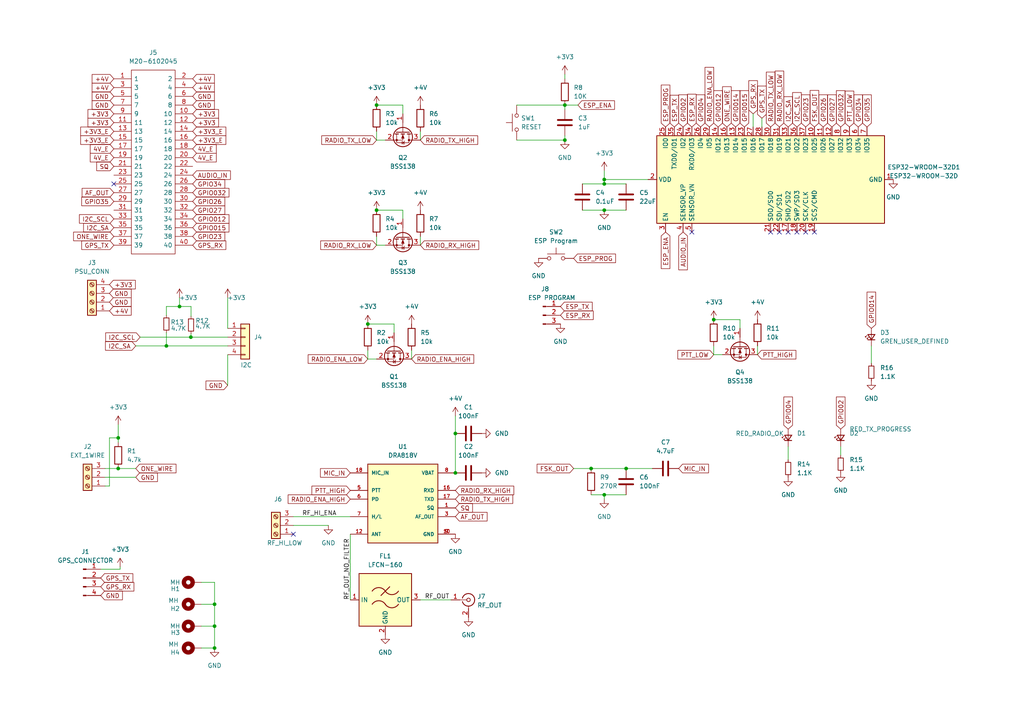
<source format=kicad_sch>
(kicad_sch (version 20211123) (generator eeschema)
  (paper "A4")
  (lib_symbols
    (symbol "Connector:Conn_01x03_Male" (pin_names (offset 1.016) hide)
      (property "Reference" "J" (at 0 5.08 0))
      (property "Value" "Conn_01x03_Male" (at 0 -5.08 0))
      (symbol "Conn_01x03_Male_1_1"
        (pin passive line (at 5.08 2.54 180) (length 3.81) (name "Pin_1") (number "1"))
        (pin passive line (at 5.08 0 180) (length 3.81) (name "Pin_2") (number "2"))
        (pin passive line (at 5.08 -2.54 180) (length 3.81) (name "Pin_3") (number "3"))
      )
    )
    (symbol "Connector:Conn_01x04_Male" (pin_names (offset 1.016) hide)
      (property "Reference" "J" (at 0 5.08 0))
      (property "Value" "Conn_01x04_Male" (at 0 -7.62 0))
      (symbol "Conn_01x04_Male_1_1"
        (pin passive line (at 5.08 2.54 180) (length 3.81) (name "Pin_1") (number "1"))
        (pin passive line (at 5.08 0 180) (length 3.81) (name "Pin_2") (number "2"))
        (pin passive line (at 5.08 -2.54 180) (length 3.81) (name "Pin_3") (number "3"))
        (pin passive line (at 5.08 -5.08 180) (length 3.81) (name "Pin_4") (number "4"))
      )
    )
    (symbol "Connector:Conn_Coaxial" (pin_names (offset 1.016) hide)
      (property "Reference" "J" (at 0.254 3.048 0))
      (property "Value" "Conn_Coaxial" (at 2.921 0 90))
      (symbol "Conn_Coaxial_1_1"
        (pin passive line (at -5.08 0 0) (length 2.54) (name "In") (number "1"))
        (pin passive line (at 0 -5.08 90) (length 2.54) (name "Ext") (number "2"))
      )
    )
    (symbol "Connector:Screw_Terminal_01x03" (pin_names (offset 1.016) hide)
      (property "Reference" "J" (at 0 5.08 0))
      (property "Value" "Screw_Terminal_01x03" (at 0 -5.08 0))
      (symbol "Screw_Terminal_01x03_1_1"
        (pin passive line (at -5.08 2.54 0) (length 3.81) (name "Pin_1") (number "1"))
        (pin passive line (at -5.08 0 0) (length 3.81) (name "Pin_2") (number "2"))
        (pin passive line (at -5.08 -2.54 0) (length 3.81) (name "Pin_3") (number "3"))
      )
    )
    (symbol "Connector:Screw_Terminal_01x04" (pin_names (offset 1.016) hide)
      (property "Reference" "J" (at 0 5.08 0))
      (property "Value" "Screw_Terminal_01x04" (at 0 -7.62 0))
      (symbol "Screw_Terminal_01x04_1_1"
        (pin passive line (at -5.08 2.54 0) (length 3.81) (name "Pin_1") (number "1"))
        (pin passive line (at -5.08 0 0) (length 3.81) (name "Pin_2") (number "2"))
        (pin passive line (at -5.08 -2.54 0) (length 3.81) (name "Pin_3") (number "3"))
        (pin passive line (at -5.08 -5.08 0) (length 3.81) (name "Pin_4") (number "4"))
      )
    )
    (symbol "Connector_Generic:Conn_01x04" (pin_names (offset 1.016) hide)
      (property "Reference" "J" (at 0 5.08 0))
      (property "Value" "Conn_01x04" (at 0 -7.62 0))
      (symbol "Conn_01x04_1_1"
        (pin passive line (at -5.08 2.54 0) (length 3.81) (name "Pin_1") (number "1"))
        (pin passive line (at -5.08 0 0) (length 3.81) (name "Pin_2") (number "2"))
        (pin passive line (at -5.08 -2.54 0) (length 3.81) (name "Pin_3") (number "3"))
        (pin passive line (at -5.08 -5.08 0) (length 3.81) (name "Pin_4") (number "4"))
      )
    )
    (symbol "DRA818V:DRA818V" (pin_names (offset 1.016))
      (property "Reference" "U" (at -10.16 13.208 0))
      (property "Value" "DRA818V" (at -10.16 -12.7 0))
      (symbol "DRA818V_0_0"
        (pin output line (at 15.24 0 180) (length 5.08) (name "SQ") (number "1"))
        (pin power_in line (at 15.24 -7.62 180) (length 5.08) (name "GND") (number "10"))
        (pin passive line (at -15.24 -7.62 0) (length 5.08) (name "ANT") (number "12"))
        (pin input line (at 15.24 5.08 180) (length 5.08) (name "RXD") (number "16"))
        (pin output line (at 15.24 2.54 180) (length 5.08) (name "TXD") (number "17"))
        (pin input line (at -15.24 10.16 0) (length 5.08) (name "MIC_IN") (number "18"))
        (pin output line (at 15.24 -2.54 180) (length 5.08) (name "AF_OUT") (number "3"))
        (pin input line (at -15.24 5.08 0) (length 5.08) (name "PTT") (number "5"))
        (pin input line (at -15.24 2.54 0) (length 5.08) (name "PD") (number "6"))
        (pin input line (at -15.24 -2.54 0) (length 5.08) (name "H/L") (number "7"))
        (pin power_in line (at 15.24 10.16 180) (length 5.08) (name "VBAT") (number "8"))
        (pin power_in line (at 15.24 -7.62 180) (length 5.08) (name "GND") (number "9"))
      )
    )
    (symbol "Device:C" (pin_numbers hide) (pin_names (offset 0.254))
      (property "Reference" "C" (at 0.635 2.54 0))
      (property "Value" "C" (at 0.635 -2.54 0))
      (symbol "C_1_1"
        (pin passive line (at 0 3.81 270) (length 2.794) (name "~") (number "1"))
        (pin passive line (at 0 -3.81 90) (length 2.794) (name "~") (number "2"))
      )
    )
    (symbol "Device:LED_Small" (pin_numbers hide) (pin_names (offset 0.254) hide)
      (property "Reference" "D" (at -1.27 3.175 0))
      (property "Value" "LED_Small" (at -4.445 -2.54 0))
      (symbol "LED_Small_1_1"
        (pin passive line (at -2.54 0 0) (length 1.778) (name "K") (number "1"))
        (pin passive line (at 2.54 0 180) (length 1.778) (name "A") (number "2"))
      )
    )
    (symbol "Device:R" (pin_numbers hide) (pin_names (offset 0))
      (property "Reference" "R" (at 2.032 0 90))
      (property "Value" "R" (at 0 0 90))
      (symbol "R_1_1"
        (pin passive line (at 0 3.81 270) (length 1.27) (name "~") (number "1"))
        (pin passive line (at 0 -3.81 90) (length 1.27) (name "~") (number "2"))
      )
    )
    (symbol "Device:R_Small" (pin_numbers hide) (pin_names (offset 0.254) hide)
      (property "Reference" "R" (at 0.762 0.508 0))
      (property "Value" "R_Small" (at 0.762 -1.016 0))
      (symbol "R_Small_1_1"
        (pin passive line (at 0 2.54 270) (length 0.762) (name "~") (number "1"))
        (pin passive line (at 0 -2.54 90) (length 0.762) (name "~") (number "2"))
      )
    )
    (symbol "M20-6102045:M20-6102045" (pin_names (offset 0.762))
      (property "Reference" "J" (at 19.05 7.62 0))
      (property "Value" "M20-6102045" (at 19.05 5.08 0))
      (symbol "M20-6102045_0_0"
        (pin passive line (at 0 0 0) (length 5.08) (name "1") (number "1"))
        (pin passive line (at 22.86 -10.16 180) (length 5.08) (name "10") (number "10"))
        (pin passive line (at 0 -12.7 0) (length 5.08) (name "11") (number "11"))
        (pin passive line (at 22.86 -12.7 180) (length 5.08) (name "12") (number "12"))
        (pin passive line (at 0 -15.24 0) (length 5.08) (name "13") (number "13"))
        (pin passive line (at 22.86 -15.24 180) (length 5.08) (name "14") (number "14"))
        (pin passive line (at 0 -17.78 0) (length 5.08) (name "15") (number "15"))
        (pin passive line (at 22.86 -17.78 180) (length 5.08) (name "16") (number "16"))
        (pin passive line (at 0 -20.32 0) (length 5.08) (name "17") (number "17"))
        (pin passive line (at 22.86 -20.32 180) (length 5.08) (name "18") (number "18"))
        (pin passive line (at 0 -22.86 0) (length 5.08) (name "19") (number "19"))
        (pin passive line (at 22.86 0 180) (length 5.08) (name "2") (number "2"))
        (pin passive line (at 22.86 -22.86 180) (length 5.08) (name "20") (number "20"))
        (pin passive line (at 0 -25.4 0) (length 5.08) (name "21") (number "21"))
        (pin passive line (at 22.86 -25.4 180) (length 5.08) (name "22") (number "22"))
        (pin passive line (at 0 -27.94 0) (length 5.08) (name "23") (number "23"))
        (pin passive line (at 22.86 -27.94 180) (length 5.08) (name "24") (number "24"))
        (pin passive line (at 0 -30.48 0) (length 5.08) (name "25") (number "25"))
        (pin passive line (at 22.86 -30.48 180) (length 5.08) (name "26") (number "26"))
        (pin passive line (at 0 -33.02 0) (length 5.08) (name "27") (number "27"))
        (pin passive line (at 22.86 -33.02 180) (length 5.08) (name "28") (number "28"))
        (pin passive line (at 0 -35.56 0) (length 5.08) (name "29") (number "29"))
        (pin passive line (at 0 -2.54 0) (length 5.08) (name "3") (number "3"))
        (pin passive line (at 22.86 -35.56 180) (length 5.08) (name "30") (number "30"))
        (pin passive line (at 0 -38.1 0) (length 5.08) (name "31") (number "31"))
        (pin passive line (at 22.86 -38.1 180) (length 5.08) (name "32") (number "32"))
        (pin passive line (at 0 -40.64 0) (length 5.08) (name "33") (number "33"))
        (pin passive line (at 22.86 -40.64 180) (length 5.08) (name "34") (number "34"))
        (pin passive line (at 0 -43.18 0) (length 5.08) (name "35") (number "35"))
        (pin passive line (at 22.86 -43.18 180) (length 5.08) (name "36") (number "36"))
        (pin passive line (at 0 -45.72 0) (length 5.08) (name "37") (number "37"))
        (pin passive line (at 22.86 -45.72 180) (length 5.08) (name "38") (number "38"))
        (pin passive line (at 0 -48.26 0) (length 5.08) (name "39") (number "39"))
        (pin passive line (at 22.86 -2.54 180) (length 5.08) (name "4") (number "4"))
        (pin passive line (at 22.86 -48.26 180) (length 5.08) (name "40") (number "40"))
        (pin passive line (at 0 -5.08 0) (length 5.08) (name "5") (number "5"))
        (pin passive line (at 22.86 -5.08 180) (length 5.08) (name "6") (number "6"))
        (pin passive line (at 0 -7.62 0) (length 5.08) (name "7") (number "7"))
        (pin passive line (at 22.86 -7.62 180) (length 5.08) (name "8") (number "8"))
        (pin passive line (at 0 -10.16 0) (length 5.08) (name "9") (number "9"))
      )
    )
    (symbol "Mechanical:MountingHole_Pad" (pin_numbers hide) (pin_names (offset 1.016) hide)
      (property "Reference" "H" (at 0 6.35 0))
      (property "Value" "MountingHole_Pad" (at 0 4.445 0))
      (symbol "MountingHole_Pad_1_1"
        (pin input line (at 0 -2.54 90) (length 2.54) (name "1") (number "1"))
      )
    )
    (symbol "RF_Filter:LFCN-160"
      (property "Reference" "FL" (at 0 10.795 0))
      (property "Value" "LFCN-160" (at 0 8.89 0))
      (symbol "LFCN-160_1_1"
        (pin passive line (at -10.16 0 0) (length 2.54) (name "IN") (number "1"))
        (pin passive line (at 0 -10.16 90) (length 2.54) (name "GND") (number "2"))
        (pin passive line (at 10.16 0 180) (length 2.54) (name "OUT") (number "3"))
        (pin passive line (at 0 -10.16 90) (length 2.54) hide (name "GND") (number "4"))
      )
    )
    (symbol "RF_Module:ESP32-WROOM-32D"
      (property "Reference" "U" (at -12.7 34.29 0))
      (property "Value" "ESP32-WROOM-32D" (at 1.27 34.29 0))
      (symbol "ESP32-WROOM-32D_1_1"
        (pin power_in line (at 0 -35.56 90) (length 2.54) (name "GND") (number "1"))
        (pin bidirectional line (at 15.24 -12.7 180) (length 2.54) (name "IO25") (number "10"))
        (pin bidirectional line (at 15.24 -15.24 180) (length 2.54) (name "IO26") (number "11"))
        (pin bidirectional line (at 15.24 -17.78 180) (length 2.54) (name "IO27") (number "12"))
        (pin bidirectional line (at 15.24 10.16 180) (length 2.54) (name "IO14") (number "13"))
        (pin bidirectional line (at 15.24 15.24 180) (length 2.54) (name "IO12") (number "14"))
        (pin passive line (at 0 -35.56 90) (length 2.54) hide (name "GND") (number "15"))
        (pin bidirectional line (at 15.24 12.7 180) (length 2.54) (name "IO13") (number "16"))
        (pin bidirectional line (at -15.24 -5.08 0) (length 2.54) (name "SHD/SD2") (number "17"))
        (pin bidirectional line (at -15.24 -7.62 0) (length 2.54) (name "SWP/SD3") (number "18"))
        (pin bidirectional line (at -15.24 -12.7 0) (length 2.54) (name "SCS/CMD") (number "19"))
        (pin power_in line (at 0 35.56 270) (length 2.54) (name "VDD") (number "2"))
        (pin bidirectional line (at -15.24 -10.16 0) (length 2.54) (name "SCK/CLK") (number "20"))
        (pin bidirectional line (at -15.24 0 0) (length 2.54) (name "SDO/SD0") (number "21"))
        (pin bidirectional line (at -15.24 -2.54 0) (length 2.54) (name "SDI/SD1") (number "22"))
        (pin bidirectional line (at 15.24 7.62 180) (length 2.54) (name "IO15") (number "23"))
        (pin bidirectional line (at 15.24 25.4 180) (length 2.54) (name "IO2") (number "24"))
        (pin bidirectional line (at 15.24 30.48 180) (length 2.54) (name "IO0") (number "25"))
        (pin bidirectional line (at 15.24 20.32 180) (length 2.54) (name "IO4") (number "26"))
        (pin bidirectional line (at 15.24 5.08 180) (length 2.54) (name "IO16") (number "27"))
        (pin bidirectional line (at 15.24 2.54 180) (length 2.54) (name "IO17") (number "28"))
        (pin bidirectional line (at 15.24 17.78 180) (length 2.54) (name "IO5") (number "29"))
        (pin input line (at -15.24 30.48 0) (length 2.54) (name "EN") (number "3"))
        (pin bidirectional line (at 15.24 0 180) (length 2.54) (name "IO18") (number "30"))
        (pin bidirectional line (at 15.24 -2.54 180) (length 2.54) (name "IO19") (number "31"))
        (pin no_connect line (at -12.7 -27.94 0) (length 2.54) hide (name "NC") (number "32"))
        (pin bidirectional line (at 15.24 -5.08 180) (length 2.54) (name "IO21") (number "33"))
        (pin bidirectional line (at 15.24 22.86 180) (length 2.54) (name "RXD0/IO3") (number "34"))
        (pin bidirectional line (at 15.24 27.94 180) (length 2.54) (name "TXD0/IO1") (number "35"))
        (pin bidirectional line (at 15.24 -7.62 180) (length 2.54) (name "IO22") (number "36"))
        (pin bidirectional line (at 15.24 -10.16 180) (length 2.54) (name "IO23") (number "37"))
        (pin passive line (at 0 -35.56 90) (length 2.54) hide (name "GND") (number "38"))
        (pin passive line (at 0 -35.56 90) (length 2.54) hide (name "GND") (number "39"))
        (pin input line (at -15.24 25.4 0) (length 2.54) (name "SENSOR_VP") (number "4"))
        (pin input line (at -15.24 22.86 0) (length 2.54) (name "SENSOR_VN") (number "5"))
        (pin input line (at 15.24 -25.4 180) (length 2.54) (name "IO34") (number "6"))
        (pin input line (at 15.24 -27.94 180) (length 2.54) (name "IO35") (number "7"))
        (pin bidirectional line (at 15.24 -20.32 180) (length 2.54) (name "IO32") (number "8"))
        (pin bidirectional line (at 15.24 -22.86 180) (length 2.54) (name "IO33") (number "9"))
      )
    )
    (symbol "Switch:SW_Push" (pin_numbers hide) (pin_names (offset 1.016) hide)
      (property "Reference" "SW" (at 1.27 2.54 0))
      (property "Value" "SW_Push" (at 0 -1.524 0))
      (symbol "SW_Push_0_1"
        (pin passive line (at -5.08 0 0) (length 2.54) (name "1") (number "1"))
        (pin passive line (at 5.08 0 180) (length 2.54) (name "2") (number "2"))
      )
    )
    (symbol "Transistor_FET:BSS138" (pin_names hide)
      (property "Reference" "Q" (at 5.08 1.905 0))
      (property "Value" "BSS138" (at 5.08 0 0))
      (symbol "BSS138_1_1"
        (pin input line (at -5.08 0 0) (length 2.54) (name "G") (number "1"))
        (pin passive line (at 2.54 -5.08 90) (length 2.54) (name "S") (number "2"))
        (pin passive line (at 2.54 5.08 270) (length 2.54) (name "D") (number "3"))
      )
    )
    (symbol "power:+3.3V" (power) (pin_names (offset 0))
      (property "Value" "+3.3V" (at 0 3.556 0))
      (symbol "+3.3V_1_1"
        (pin power_in line (at 0 0 90) (length 0) hide (name "+3V3") (number "1"))
      )
    )
    (symbol "power:+3V3" (power) (pin_names (offset 0))
      (property "Value" "+3V3" (at 0 3.556 0))
      (symbol "+3V3_1_1"
        (pin power_in line (at 0 0 90) (length 0) hide (name "+3V3") (number "1"))
      )
    )
    (symbol "power:+4V" (power) (pin_names (offset 0))
      (property "Value" "+4V" (at 0 3.556 0))
      (symbol "+4V_1_1"
        (pin power_in line (at 0 0 90) (length 0) hide (name "+4V") (number "1"))
      )
    )
    (symbol "power:GND" (power) (pin_names (offset 0))
      (property "Value" "GND" (at 0 -3.81 0))
      (symbol "GND_1_1"
        (pin power_in line (at 0 0 270) (length 0) hide (name "GND") (number "1"))
      )
    )
  )
  (junction (at 163.83 40.64))
  (junction (at 175.26 143.51))
  (junction (at 34.29 135.89))
  (junction (at 109.22 30.48))
  (junction (at 109.22 60.96))
  (junction (at 132.08 125.73))
  (junction (at 62.23 181.61))
  (junction (at 181.61 135.89))
  (junction (at 34.29 127))
  (junction (at 171.45 135.89))
  (junction (at 175.26 60.96))
  (junction (at 175.26 53.34))
  (junction (at 62.23 187.96))
  (junction (at 132.08 137.16))
  (junction (at 175.26 52.07))
  (junction (at 52.07 88.9))
  (junction (at 207.01 92.71))
  (junction (at 55.3551 97.79))
  (junction (at 163.83 30.48))
  (junction (at 62.23 175.26))
  (junction (at 48.26 100.33))
  (junction (at 106.68 93.98))
  (no_connect (at 223.52 67.31))
  (no_connect (at 85.09 154.94))
  (no_connect (at 200.66 67.31))
  (no_connect (at 236.22 67.31))
  (no_connect (at 226.06 67.31))
  (no_connect (at 228.6 67.31))
  (no_connect (at 231.14 67.31))
  (no_connect (at 233.68 67.31))
  (no_connect (at 33.02 53.34))
  (wire (pts (xy 30.48 138.43) (xy 39.37 138.43)))
  (wire (pts (xy 171.45 135.89) (xy 181.61 135.89)))
  (wire (pts (xy 48.26 96.52) (xy 48.26 100.33)))
  (wire (pts (xy 121.92 68.58) (xy 121.92 71.12)))
  (wire (pts (xy 207.01 102.87) (xy 209.55 102.87)))
  (wire (pts (xy 34.8377 165.1) (xy 34.8377 164.4359)))
  (wire (pts (xy 163.83 30.48) (xy 167.64 30.48)))
  (wire (pts (xy 55.3551 97.79) (xy 66.04 97.79)))
  (wire (pts (xy 62.23 187.96) (xy 58.42 187.96)))
  (wire (pts (xy 163.83 21.59) (xy 163.83 22.86)))
  (wire (pts (xy 175.26 143.51) (xy 181.61 143.51)))
  (wire (pts (xy 119.38 101.6) (xy 119.38 104.14)))
  (wire (pts (xy 121.92 38.1) (xy 121.92 40.64)))
  (wire (pts (xy 114.3 96.52) (xy 114.3 93.98)))
  (wire (pts (xy 175.26 143.51) (xy 175.26 144.78)))
  (wire (pts (xy 252.73 100.33) (xy 252.73 105.41)))
  (wire (pts (xy 114.3 93.98) (xy 106.68 93.98)))
  (wire (pts (xy 163.83 40.64) (xy 163.83 39.37)))
  (wire (pts (xy 218.44 33.02) (xy 218.44 36.83)))
  (wire (pts (xy 66.04 111.76) (xy 66.04 102.87)))
  (wire (pts (xy 189.23 135.89) (xy 181.61 135.89)))
  (wire (pts (xy 228.6 129.54) (xy 228.6 133.35)))
  (wire (pts (xy 175.26 53.34) (xy 181.61 53.34)))
  (wire (pts (xy 116.84 33.02) (xy 116.84 30.48)))
  (wire (pts (xy 149.86 40.64) (xy 163.83 40.64)))
  (wire (pts (xy 85.09 149.86) (xy 101.6 149.86)))
  (wire (pts (xy 109.22 68.58) (xy 109.22 71.12)))
  (wire (pts (xy 109.22 38.1) (xy 109.22 40.64)))
  (wire (pts (xy 116.84 30.48) (xy 109.22 30.48)))
  (wire (pts (xy 175.26 60.96) (xy 181.61 60.96)))
  (wire (pts (xy 101.6 154.94) (xy 101.6 173.99)))
  (wire (pts (xy 58.42 175.26) (xy 62.23 175.26)))
  (wire (pts (xy 207.01 100.33) (xy 207.01 102.87)))
  (wire (pts (xy 220.98 34.29) (xy 220.98 36.83)))
  (wire (pts (xy 29.21 165.1) (xy 34.8377 165.1)))
  (wire (pts (xy 48.26 88.9) (xy 52.07 88.9)))
  (wire (pts (xy 109.22 40.64) (xy 111.76 40.64)))
  (wire (pts (xy 58.42 181.61) (xy 62.23 181.61)))
  (wire (pts (xy 187.96 52.07) (xy 175.26 52.07)))
  (wire (pts (xy 106.68 101.6) (xy 106.68 104.14)))
  (wire (pts (xy 109.22 71.12) (xy 111.76 71.12)))
  (wire (pts (xy 85.09 152.4) (xy 95.25 152.4)))
  (wire (pts (xy 58.42 168.91) (xy 62.23 168.91)))
  (wire (pts (xy 55.4086 96.8079) (xy 55.3551 97.79)))
  (wire (pts (xy 149.86 30.48) (xy 163.83 30.48)))
  (wire (pts (xy 175.26 52.07) (xy 175.26 53.34)))
  (wire (pts (xy 121.92 173.99) (xy 130.81 173.99)))
  (wire (pts (xy 48.26 100.33) (xy 66.04 100.33)))
  (wire (pts (xy 48.26 88.9) (xy 48.26 91.44)))
  (wire (pts (xy 214.63 92.71) (xy 207.01 92.71)))
  (wire (pts (xy 175.26 49.53) (xy 175.26 52.07)))
  (wire (pts (xy 66.04 86.36) (xy 66.04 95.25)))
  (wire (pts (xy 62.23 168.91) (xy 62.23 175.26)))
  (wire (pts (xy 31.75 140.97) (xy 31.75 127)))
  (wire (pts (xy 34.29 135.89) (xy 39.37 135.89)))
  (wire (pts (xy 171.45 143.51) (xy 175.26 143.51)))
  (wire (pts (xy 132.08 120.65) (xy 132.08 125.73)))
  (wire (pts (xy 55.4086 88.9) (xy 55.4086 91.7279)))
  (wire (pts (xy 34.29 127) (xy 34.29 128.27)))
  (wire (pts (xy 40.64 97.79) (xy 55.3551 97.79)))
  (wire (pts (xy 30.48 140.97) (xy 31.75 140.97)))
  (wire (pts (xy 163.83 30.48) (xy 163.83 31.75)))
  (wire (pts (xy 132.08 125.73) (xy 132.08 137.16)))
  (wire (pts (xy 106.68 104.14) (xy 109.22 104.14)))
  (wire (pts (xy 168.91 60.96) (xy 175.26 60.96)))
  (wire (pts (xy 62.23 175.26) (xy 62.23 181.61)))
  (wire (pts (xy 214.63 95.25) (xy 214.63 92.71)))
  (wire (pts (xy 34.29 123.19) (xy 34.29 127)))
  (wire (pts (xy 52.07 86.36) (xy 52.07 88.9)))
  (wire (pts (xy 62.23 181.61) (xy 62.23 187.96)))
  (wire (pts (xy 31.75 127) (xy 34.29 127)))
  (wire (pts (xy 39.37 100.33) (xy 48.26 100.33)))
  (wire (pts (xy 52.07 88.9) (xy 55.4086 88.9)))
  (wire (pts (xy 168.91 53.34) (xy 175.26 53.34)))
  (wire (pts (xy 243.84 129.54) (xy 243.84 132.08)))
  (wire (pts (xy 219.71 100.33) (xy 219.71 102.87)))
  (wire (pts (xy 116.84 60.96) (xy 109.22 60.96)))
  (wire (pts (xy 166.37 135.89) (xy 171.45 135.89)))
  (wire (pts (xy 30.48 135.89) (xy 34.29 135.89)))
  (wire (pts (xy 116.84 63.5) (xy 116.84 60.96)))
  (label "RF_OUT" (at 123.19 173.99 0))
  (label "RF_OUT_NO_FILTER" (at 101.6 173.99 90))
  (label "RF_HI_ENA" (at 87.63 149.86 0))
  (global_label "GPIO015" (shape input) (at 215.9 36.83 90) (property "Intersheet References" "${INTERSHEET_REFS}" (effects hide)))
  (global_label "ESP_PROG" (shape input) (at 193.04 36.83 90) (property "Intersheet References" "${INTERSHEET_REFS}" (effects hide)))
  (global_label "GPIO04" (shape input) (at 228.6 124.46 90) (property "Intersheet References" "${INTERSHEET_REFS}" (effects hide)))
  (global_label "RADIO_TX_LOW" (shape input) (at 109.22 40.64 180) (property "Intersheet References" "${INTERSHEET_REFS}" (effects hide)))
  (global_label "RADIO_ENA_HIGH" (shape input) (at 119.38 104.14 0) (property "Intersheet References" "${INTERSHEET_REFS}" (effects hide)))
  (global_label "RADIO_RX_LOW" (shape input) (at 109.22 71.12 180) (property "Intersheet References" "${INTERSHEET_REFS}" (effects hide)))
  (global_label "+3V3" (shape input) (at 55.88 33.02 0) (property "Intersheet References" "${INTERSHEET_REFS}" (effects hide)))
  (global_label "I2C_SA" (shape input) (at 39.37 100.33 180) (property "Intersheet References" "${INTERSHEET_REFS}" (effects hide)))
  (global_label "+4V" (shape input) (at 33.02 22.86 180) (property "Intersheet References" "${INTERSHEET_REFS}" (effects hide)))
  (global_label "GPIO02" (shape input) (at 243.84 124.46 90) (property "Intersheet References" "${INTERSHEET_REFS}" (effects hide)))
  (global_label "GPS_TX" (shape input) (at 33.02 71.12 180) (property "Intersheet References" "${INTERSHEET_REFS}" (effects hide)))
  (global_label "RADIO_ENA_HIGH" (shape input) (at 101.6 144.78 180) (property "Intersheet References" "${INTERSHEET_REFS}" (effects hide)))
  (global_label "AUDIO_IN" (shape input) (at 198.12 67.31 270) (property "Intersheet References" "${INTERSHEET_REFS}" (effects hide)))
  (global_label "GPIO04" (shape input) (at 203.2 36.83 90) (property "Intersheet References" "${INTERSHEET_REFS}" (effects hide)))
  (global_label "ONE_WIRE" (shape input) (at 210.82 36.83 90) (property "Intersheet References" "${INTERSHEET_REFS}" (effects hide)))
  (global_label "AUDIO_IN" (shape input) (at 55.88 50.8 0) (property "Intersheet References" "${INTERSHEET_REFS}" (effects hide)))
  (global_label "GND" (shape input) (at 33.02 30.48 180) (property "Intersheet References" "${INTERSHEET_REFS}" (effects hide)))
  (global_label "RADIO_ENA_LOW" (shape input) (at 106.68 104.14 180) (property "Intersheet References" "${INTERSHEET_REFS}" (effects hide)))
  (global_label "GPIO34" (shape input) (at 55.88 53.34 0) (property "Intersheet References" "${INTERSHEET_REFS}" (effects hide)))
  (global_label "ESP_TX" (shape input) (at 162.56 88.9 0) (property "Intersheet References" "${INTERSHEET_REFS}" (effects hide)))
  (global_label "AF_OUT" (shape input) (at 33.02 55.88 180) (property "Intersheet References" "${INTERSHEET_REFS}" (effects hide)))
  (global_label "PTT_HIGH" (shape input) (at 101.6 142.24 180) (property "Intersheet References" "${INTERSHEET_REFS}" (effects hide)))
  (global_label "GND" (shape input) (at 55.88 27.94 0) (property "Intersheet References" "${INTERSHEET_REFS}" (effects hide)))
  (global_label "+3V3" (shape input) (at 55.88 35.56 0) (property "Intersheet References" "${INTERSHEET_REFS}" (effects hide)))
  (global_label "+3V3_E" (shape input) (at 55.88 38.1 0) (property "Intersheet References" "${INTERSHEET_REFS}" (effects hide)))
  (global_label "4V_E" (shape input) (at 55.88 45.72 0) (property "Intersheet References" "${INTERSHEET_REFS}" (effects hide)))
  (global_label "GPS_RX" (shape input) (at 55.88 71.12 0) (property "Intersheet References" "${INTERSHEET_REFS}" (effects hide)))
  (global_label "ESP_ENA" (shape input) (at 167.64 30.48 0) (property "Intersheet References" "${INTERSHEET_REFS}" (effects hide)))
  (global_label "GPIO032" (shape input) (at 243.84 36.83 90) (property "Intersheet References" "${INTERSHEET_REFS}" (effects hide)))
  (global_label "GPIO35" (shape input) (at 251.46 36.83 90) (property "Intersheet References" "${INTERSHEET_REFS}" (effects hide)))
  (global_label "MIC_IN" (shape input) (at 101.6 137.16 180) (property "Intersheet References" "${INTERSHEET_REFS}" (effects hide)))
  (global_label "I2C_SCL" (shape input) (at 33.02 63.5 180) (property "Intersheet References" "${INTERSHEET_REFS}" (effects hide)))
  (global_label "GND" (shape input) (at 31.75 85.09 0) (property "Intersheet References" "${INTERSHEET_REFS}" (effects hide)))
  (global_label "ESP_PROG" (shape input) (at 166.37 74.93 0) (property "Intersheet References" "${INTERSHEET_REFS}" (effects hide)))
  (global_label "I2C_SA" (shape input) (at 33.02 66.04 180) (property "Intersheet References" "${INTERSHEET_REFS}" (effects hide)))
  (global_label "GPIO27" (shape input) (at 55.88 60.96 0) (property "Intersheet References" "${INTERSHEET_REFS}" (effects hide)))
  (global_label "+4V" (shape input) (at 55.88 22.86 0) (property "Intersheet References" "${INTERSHEET_REFS}" (effects hide)))
  (global_label "4V_E" (shape input) (at 33.02 45.72 180) (property "Intersheet References" "${INTERSHEET_REFS}" (effects hide)))
  (global_label "ESP_RX" (shape input) (at 162.56 91.44 0) (property "Intersheet References" "${INTERSHEET_REFS}" (effects hide)))
  (global_label "GPIO015" (shape input) (at 55.88 66.04 0) (property "Intersheet References" "${INTERSHEET_REFS}" (effects hide)))
  (global_label "PTT_LOW" (shape input) (at 246.38 36.83 90) (property "Intersheet References" "${INTERSHEET_REFS}" (effects hide)))
  (global_label "FSK_OUT" (shape input) (at 166.37 135.89 180) (property "Intersheet References" "${INTERSHEET_REFS}" (effects hide)))
  (global_label "GPS_RX" (shape input) (at 218.44 33.02 90) (property "Intersheet References" "${INTERSHEET_REFS}" (effects hide)))
  (global_label "GPIO032" (shape input) (at 55.88 55.88 0) (property "Intersheet References" "${INTERSHEET_REFS}" (effects hide)))
  (global_label "GPIO26" (shape input) (at 238.76 36.83 90) (property "Intersheet References" "${INTERSHEET_REFS}" (effects hide)))
  (global_label "ONE_WIRE" (shape input) (at 33.02 68.58 180) (property "Intersheet References" "${INTERSHEET_REFS}" (effects hide)))
  (global_label "4V_E" (shape input) (at 55.88 43.18 0) (property "Intersheet References" "${INTERSHEET_REFS}" (effects hide)))
  (global_label "+3V3" (shape input) (at 33.02 33.02 180) (property "Intersheet References" "${INTERSHEET_REFS}" (effects hide)))
  (global_label "PTT_HIGH" (shape input) (at 219.71 102.87 0) (property "Intersheet References" "${INTERSHEET_REFS}" (effects hide)))
  (global_label "SQ" (shape input) (at 132.08 147.32 0) (property "Intersheet References" "${INTERSHEET_REFS}" (effects hide)))
  (global_label "FSK_OUT" (shape input) (at 236.22 36.83 90) (property "Intersheet References" "${INTERSHEET_REFS}" (effects hide)))
  (global_label "ESP_RX" (shape input) (at 200.66 36.83 90) (property "Intersheet References" "${INTERSHEET_REFS}" (effects hide)))
  (global_label "GND" (shape input) (at 31.75 87.63 0) (property "Intersheet References" "${INTERSHEET_REFS}" (effects hide)))
  (global_label "ESP_ENA" (shape input) (at 193.04 67.31 270) (property "Intersheet References" "${INTERSHEET_REFS}" (effects hide)))
  (global_label "ONE_WIRE" (shape input) (at 39.37 135.89 0) (property "Intersheet References" "${INTERSHEET_REFS}" (effects hide)))
  (global_label "+4V" (shape input) (at 31.75 90.17 0) (property "Intersheet References" "${INTERSHEET_REFS}" (effects hide)))
  (global_label "AF_OUT" (shape input) (at 132.08 149.86 0) (property "Intersheet References" "${INTERSHEET_REFS}" (effects hide)))
  (global_label "I2C_SCL" (shape input) (at 231.14 36.83 90) (property "Intersheet References" "${INTERSHEET_REFS}" (effects hide)))
  (global_label "+3V3_E" (shape input) (at 33.02 40.64 180) (property "Intersheet References" "${INTERSHEET_REFS}" (effects hide)))
  (global_label "GPIO23" (shape input) (at 233.68 36.83 90) (property "Intersheet References" "${INTERSHEET_REFS}" (effects hide)))
  (global_label "GND" (shape input) (at 66.04 111.76 180) (property "Intersheet References" "${INTERSHEET_REFS}" (effects hide)))
  (global_label "I2C_SA" (shape input) (at 228.6 36.83 90) (property "Intersheet References" "${INTERSHEET_REFS}" (effects hide)))
  (global_label "+4V" (shape input) (at 33.02 25.4 180) (property "Intersheet References" "${INTERSHEET_REFS}" (effects hide)))
  (global_label "RADIO_TX_LOW" (shape input) (at 223.52 36.83 90) (property "Intersheet References" "${INTERSHEET_REFS}" (effects hide)))
  (global_label "RADIO_RX_HIGH" (shape input) (at 132.08 142.24 0) (property "Intersheet References" "${INTERSHEET_REFS}" (effects hide)))
  (global_label "4V_E" (shape input) (at 33.02 43.18 180) (property "Intersheet References" "${INTERSHEET_REFS}" (effects hide)))
  (global_label "+4V" (shape input) (at 55.88 25.4 0) (property "Intersheet References" "${INTERSHEET_REFS}" (effects hide)))
  (global_label "RADIO_RX_HIGH" (shape input) (at 121.92 71.12 0) (property "Intersheet References" "${INTERSHEET_REFS}" (effects hide)))
  (global_label "+3V3_E" (shape input) (at 55.88 40.64 0) (property "Intersheet References" "${INTERSHEET_REFS}" (effects hide)))
  (global_label "RADIO_RX_LOW" (shape input) (at 226.06 36.83 90) (property "Intersheet References" "${INTERSHEET_REFS}" (effects hide)))
  (global_label "GND" (shape input) (at 55.88 30.48 0) (property "Intersheet References" "${INTERSHEET_REFS}" (effects hide)))
  (global_label "GPIO012" (shape input) (at 55.88 63.5 0) (property "Intersheet References" "${INTERSHEET_REFS}" (effects hide)))
  (global_label "GPIO26" (shape input) (at 55.88 58.42 0) (property "Intersheet References" "${INTERSHEET_REFS}" (effects hide)))
  (global_label "GPIO23" (shape input) (at 55.88 68.58 0) (property "Intersheet References" "${INTERSHEET_REFS}" (effects hide)))
  (global_label "RADIO_TX_HIGH" (shape input) (at 121.92 40.64 0) (property "Intersheet References" "${INTERSHEET_REFS}" (effects hide)))
  (global_label "+3V3" (shape input) (at 31.75 82.55 0) (property "Intersheet References" "${INTERSHEET_REFS}" (effects hide)))
  (global_label "+3V3_E" (shape input) (at 33.02 38.1 180) (property "Intersheet References" "${INTERSHEET_REFS}" (effects hide)))
  (global_label "GND" (shape input) (at 39.37 138.43 0) (property "Intersheet References" "${INTERSHEET_REFS}" (effects hide)))
  (global_label "RADIO_TX_HIGH" (shape input) (at 132.08 144.78 0) (property "Intersheet References" "${INTERSHEET_REFS}" (effects hide)))
  (global_label "PTT_LOW" (shape input) (at 207.01 102.87 180) (property "Intersheet References" "${INTERSHEET_REFS}" (effects hide)))
  (global_label "GPIO35" (shape input) (at 33.02 58.42 180) (property "Intersheet References" "${INTERSHEET_REFS}" (effects hide)))
  (global_label "GPS_TX" (shape input) (at 220.98 34.29 90) (property "Intersheet References" "${INTERSHEET_REFS}" (effects hide)))
  (global_label "GPIO014" (shape input) (at 252.73 95.25 90) (property "Intersheet References" "${INTERSHEET_REFS}" (effects hide)))
  (global_label "ESP_TX" (shape input) (at 195.58 36.83 90) (property "Intersheet References" "${INTERSHEET_REFS}" (effects hide)))
  (global_label "GPIO014" (shape input) (at 213.36 36.83 90) (property "Intersheet References" "${INTERSHEET_REFS}" (effects hide)))
  (global_label "GND" (shape input) (at 33.02 27.94 180) (property "Intersheet References" "${INTERSHEET_REFS}" (effects hide)))
  (global_label "+3V3" (shape input) (at 33.02 35.56 180) (property "Intersheet References" "${INTERSHEET_REFS}" (effects hide)))
  (global_label "GPIO34" (shape input) (at 248.92 36.83 90) (property "Intersheet References" "${INTERSHEET_REFS}" (effects hide)))
  (global_label "GPIO02" (shape input) (at 198.12 36.83 90) (property "Intersheet References" "${INTERSHEET_REFS}" (effects hide)))
  (global_label "GPS_TX" (shape input) (at 29.21 167.64 0) (property "Intersheet References" "${INTERSHEET_REFS}" (effects hide)))
  (global_label "SQ" (shape input) (at 33.02 48.26 180) (property "Intersheet References" "${INTERSHEET_REFS}" (effects hide)))
  (global_label "GND" (shape input) (at 29.21 172.72 0) (property "Intersheet References" "${INTERSHEET_REFS}" (effects hide)))
  (global_label "RADIO_ENA_LOW" (shape input) (at 205.74 36.83 90) (property "Intersheet References" "${INTERSHEET_REFS}" (effects hide)))
  (global_label "GPIO012" (shape input) (at 208.28 36.83 90) (property "Intersheet References" "${INTERSHEET_REFS}" (effects hide)))
  (global_label "I2C_SCL" (shape input) (at 40.64 97.79 180) (property "Intersheet References" "${INTERSHEET_REFS}" (effects hide)))
  (global_label "MIC_IN" (shape input) (at 196.85 135.89 0) (property "Intersheet References" "${INTERSHEET_REFS}" (effects hide)))
  (global_label "GPS_RX" (shape input) (at 29.21 170.18 0) (property "Intersheet References" "${INTERSHEET_REFS}" (effects hide)))
  (global_label "GPIO27" (shape input) (at 241.3 36.83 90) (property "Intersheet References" "${INTERSHEET_REFS}" (effects hide)))
  (symbol (lib_id "Transistor_FET:BSS138") (at 114.3 101.6 270) (unit 1)
    (property "Reference" "Q1" (at 114.3 109.22 90))
    (property "Value" "BSS138" (at 114.3 111.76 90))
    (property "Footprint" "Package_TO_SOT_SMD:SOT-23" (effects hide))
    (property "Datasheet" "https://www.onsemi.com/pub/Collateral/BSS138-D.PDF" (effects hide))
  )
  (symbol (lib_id "Device:C") (at 168.91 57.15 0) (unit 1)
    (property "Reference" "C4" (at 172.72 55.8799 0) (effects (justify left)))
    (property "Value" "0.1uF" (at 172.72 58.4199 0) (effects (justify left)))
    (property "Footprint" "Capacitor_SMD:C_1812_4532Metric_Pad1.57x3.40mm_HandSolder" (effects hide))
  )
  (symbol (lib_id "power:GND") (at 62.23 187.96 0) (unit 1)
    (property "Reference" "#PWR0105" (effects hide))
    (property "Value" "GND" (at 62.23 193.04 0))
  )
  (symbol (lib_id "power:GND") (at 156.21 74.93 0) (unit 1)
    (property "Reference" "#PWR016" (effects hide))
    (property "Value" "GND" (at 156.21 80.01 0))
  )
  (symbol (lib_id "Mechanical:MountingHole_Pad") (at 55.88 187.96 90) (unit 1)
    (property "Reference" "H4" (at 50.8 189.23 90))
    (property "Value" "MH" (at 50.3195 186.8748 90))
    (property "Footprint" "MountingHole:MountingHole_4.3mm_M4_Pad_Via" (effects hide))
  )
  (symbol (lib_id "Device:C") (at 135.89 125.73 90) (unit 1)
    (property "Reference" "C1" (at 135.89 118.11 90))
    (property "Value" "100nF" (at 135.89 120.65 90))
    (property "Footprint" "Capacitor_SMD:C_1206_3216Metric_Pad1.33x1.80mm_HandSolder" (effects hide))
  )
  (symbol (lib_id "Connector_Generic:Conn_01x04") (at 71.12 97.79 0) (unit 1)
    (property "Reference" "J4" (at 73.66 97.7899 0) (effects (justify left)))
    (property "Value" "I2C" (at 69.7553 105.8771 0) (effects (justify left)))
    (property "Footprint" "Connector_PinHeader_2.54mm:PinHeader_1x04_P2.54mm_Vertical" (effects hide))
  )
  (symbol (lib_id "power:GND") (at 163.83 40.64 0) (unit 1)
    (property "Reference" "#PWR019" (effects hide))
    (property "Value" "GND" (at 163.83 45.72 0))
  )
  (symbol (lib_id "power:GND") (at 259.08 52.07 0) (unit 1)
    (property "Reference" "#PWR025" (effects hide))
    (property "Value" "GND" (at 259.08 57.15 0))
  )
  (symbol (lib_id "DRA818V:DRA818V") (at 116.84 147.32 0) (unit 1)
    (property "Reference" "U1" (at 116.84 129.54 0))
    (property "Value" "DRA818V" (at 116.84 132.08 0))
    (property "Footprint" "DRA818:DORJI_DRA818V" (effects hide))
    (property "MANUFACTURER" "DORJI" (effects hide))
    (property "STANDARD" "MANUFACTURER RECOMMENDATIONS" (effects hide))
    (property "PART_REV" "1.23" (effects hide))
  )
  (symbol (lib_id "power:+3V3") (at 34.8377 164.4359 0) (unit 1)
    (property "Reference" "#PWR02" (effects hide))
    (property "Value" "+3V3" (at 34.8377 159.3559 0))
  )
  (symbol (lib_id "Device:C") (at 193.04 135.89 270) (unit 1)
    (property "Reference" "C7" (at 193.04 128.27 90))
    (property "Value" "4.7uF" (at 193.04 130.81 90))
    (property "Footprint" "Capacitor_SMD:C_1206_3216Metric_Pad1.33x1.80mm_HandSolder" (effects hide))
  )
  (symbol (lib_id "Device:R_Small") (at 252.73 107.95 0) (unit 1)
    (property "Reference" "R16" (at 255.27 106.6799 0) (effects (justify left)))
    (property "Value" "1.1K" (at 255.27 109.2199 0) (effects (justify left)))
    (property "Footprint" "Resistor_SMD:R_1206_3216Metric_Pad1.30x1.75mm_HandSolder" (effects hide))
  )
  (symbol (lib_id "Mechanical:MountingHole_Pad") (at 55.88 181.61 90) (unit 1)
    (property "Reference" "H3" (at 50.866 183.4851 90))
    (property "Value" "MH" (at 50.8 181.61 90))
    (property "Footprint" "MountingHole:MountingHole_4.3mm_M4_Pad_Via" (effects hide))
  )
  (symbol (lib_id "Device:R_Small") (at 228.6 135.89 0) (unit 1)
    (property "Reference" "R14" (at 231.14 134.6199 0) (effects (justify left)))
    (property "Value" "1.1K" (at 231.14 137.1599 0) (effects (justify left)))
    (property "Footprint" "Resistor_SMD:R_1206_3216Metric_Pad1.30x1.75mm_HandSolder" (effects hide))
  )
  (symbol (lib_id "power:+3.3V") (at 52.07 86.36 0) (unit 1)
    (property "Reference" "#PWR0102" (effects hide))
    (property "Value" "+3V3" (at 54.61 86.36 0))
  )
  (symbol (lib_id "Device:C") (at 181.61 57.15 0) (unit 1)
    (property "Reference" "C5" (at 185.42 55.8799 0) (effects (justify left)))
    (property "Value" "22uF" (at 185.42 58.4199 0) (effects (justify left)))
    (property "Footprint" "Capacitor_Tantalum_SMD:CP_EIA-3528-21_Kemet-B_Pad1.50x2.35mm_HandSolder" (effects hide))
  )
  (symbol (lib_id "Device:LED_Small") (at 252.73 97.79 90) (unit 1)
    (property "Reference" "D3" (at 255.27 96.4564 90) (effects (justify right)))
    (property "Value" "GREN_USER_DEFINED" (at 255.27 98.9964 90) (effects (justify right)))
    (property "Footprint" "LED_SMD:LED_0603_1608Metric_Pad1.05x0.95mm_HandSolder" (effects hide))
  )
  (symbol (lib_id "power:+4V") (at 121.92 60.96 0) (unit 1)
    (property "Reference" "#PWR010" (effects hide))
    (property "Value" "+4V" (at 121.92 55.88 0))
  )
  (symbol (lib_id "power:+4V") (at 219.71 92.71 0) (unit 1)
    (property "Reference" "#PWR024" (effects hide))
    (property "Value" "+4V" (at 219.71 87.63 0))
  )
  (symbol (lib_id "Device:R") (at 171.45 139.7 180) (unit 1)
    (property "Reference" "R9" (at 173.99 138.4299 0) (effects (justify right)))
    (property "Value" "270R" (at 173.99 140.9699 0) (effects (justify right)))
    (property "Footprint" "Resistor_SMD:R_1206_3216Metric_Pad1.30x1.75mm_HandSolder" (effects hide))
  )
  (symbol (lib_id "Device:C") (at 181.61 139.7 180) (unit 1)
    (property "Reference" "C6" (at 185.42 138.4299 0) (effects (justify right)))
    (property "Value" "100nF" (at 185.42 140.9699 0) (effects (justify right)))
    (property "Footprint" "Capacitor_SMD:C_1206_3216Metric_Pad1.33x1.80mm_HandSolder" (effects hide))
  )
  (symbol (lib_id "Mechanical:MountingHole_Pad") (at 55.88 175.26 90) (unit 1)
    (property "Reference" "H2" (at 50.8 176.53 90))
    (property "Value" "MH" (at 50.3195 174.1748 90))
    (property "Footprint" "MountingHole:MountingHole_4.3mm_M4_Pad_Via" (effects hide))
  )
  (symbol (lib_id "power:GND") (at 175.26 144.78 0) (unit 1)
    (property "Reference" "#PWR022" (effects hide))
    (property "Value" "GND" (at 175.26 149.86 0))
  )
  (symbol (lib_id "Switch:SW_Push") (at 149.86 35.56 90) (unit 1)
    (property "Reference" "SW1" (at 151.13 34.2899 90) (effects (justify right)))
    (property "Value" "RESET" (at 151.13 36.8299 90) (effects (justify right)))
    (property "Footprint" "Button_Switch_THT:SW_PUSH_6mm_H5mm" (effects hide))
  )
  (symbol (lib_id "power:+3.3V") (at 175.26 49.53 0) (unit 1)
    (property "Reference" "#PWR020" (effects hide))
    (property "Value" "+3V3" (at 175.26 44.45 0))
  )
  (symbol (lib_id "Device:C") (at 163.83 35.56 0) (unit 1)
    (property "Reference" "C3" (at 167.64 34.2899 0) (effects (justify left)))
    (property "Value" "1uF" (at 167.64 36.8299 0) (effects (justify left)))
    (property "Footprint" "Capacitor_SMD:C_1812_4532Metric_Pad1.57x3.40mm_HandSolder" (effects hide))
  )
  (symbol (lib_id "Device:LED_Small") (at 228.6 127 90) (unit 1)
    (property "Reference" "D1" (at 231.14 125.6664 90) (effects (justify right)))
    (property "Value" "RED_RADIO_OK" (at 213.36 125.73 90) (effects (justify right)))
    (property "Footprint" "LED_SMD:LED_0603_1608Metric_Pad1.05x0.95mm_HandSolder" (effects hide))
  )
  (symbol (lib_id "Connector:Screw_Terminal_01x03") (at 25.4 138.43 180) (unit 1)
    (property "Reference" "J2" (at 25.4 129.54 0))
    (property "Value" "EXT_1WIRE" (at 25.4 132.08 0))
    (property "Footprint" "Connector_PinHeader_2.54mm:PinHeader_1x03_P2.54mm_Vertical" (effects hide))
  )
  (symbol (lib_id "Device:R") (at 109.22 34.29 0) (unit 1)
    (property "Reference" "R3" (at 111.76 33.0199 0) (effects (justify left)))
    (property "Value" "10k" (at 111.76 35.5599 0) (effects (justify left)))
    (property "Footprint" "Resistor_SMD:R_1206_3216Metric_Pad1.30x1.75mm_HandSolder" (effects hide))
  )
  (symbol (lib_id "RF_Filter:LFCN-160") (at 111.76 173.99 0) (unit 1)
    (property "Reference" "FL1" (at 111.76 161.29 0))
    (property "Value" "LFCN-160" (at 111.76 163.83 0))
    (property "Footprint" "Filter:Filter_Mini-Circuits_FV1206" (effects hide))
    (property "Datasheet" "https://www.minicircuits.com/pdfs/LFCN-160+.pdf" (effects hide))
  )
  (symbol (lib_id "power:GND") (at 132.08 154.94 0) (unit 1)
    (property "Reference" "#PWR012" (effects hide))
    (property "Value" "GND" (at 132.08 160.02 0))
  )
  (symbol (lib_id "power:GND") (at 252.73 110.49 0) (unit 1)
    (property "Reference" "#PWR0103" (effects hide))
    (property "Value" "GND" (at 252.73 115.57 0))
  )
  (symbol (lib_id "Device:R_Small") (at 48.26 93.98 0) (unit 1)
    (property "Reference" "R13" (at 49.4623 93.4448 0) (effects (justify left)))
    (property "Value" "4.7K" (at 49.53 95.25 0) (effects (justify left)))
    (property "Footprint" "Resistor_SMD:R_1206_3216Metric_Pad1.30x1.75mm_HandSolder" (effects hide))
  )
  (symbol (lib_id "Device:LED_Small") (at 243.84 127 90) (unit 1)
    (property "Reference" "D2" (at 246.38 125.6664 90) (effects (justify right)))
    (property "Value" "RED_TX_PROGRESS" (at 246.38 124.46 90) (effects (justify right)))
    (property "Footprint" "LED_SMD:LED_0603_1608Metric_Pad1.05x0.95mm_HandSolder" (effects hide))
  )
  (symbol (lib_id "Transistor_FET:BSS138") (at 116.84 68.58 270) (unit 1)
    (property "Reference" "Q3" (at 116.84 76.2 90))
    (property "Value" "BSS138" (at 116.84 78.74 90))
    (property "Footprint" "Package_TO_SOT_SMD:SOT-23" (effects hide))
    (property "Datasheet" "https://www.onsemi.com/pub/Collateral/BSS138-D.PDF" (effects hide))
  )
  (symbol (lib_id "Connector:Conn_01x04_Male") (at 24.13 167.64 0) (unit 1)
    (property "Reference" "J1" (at 24.765 160.02 0))
    (property "Value" "GPS_CONNECTOR" (at 24.765 162.56 0))
    (property "Footprint" "Connector_PinHeader_2.54mm:PinHeader_1x04_P2.54mm_Vertical" (effects hide))
  )
  (symbol (lib_id "Device:R_Small") (at 55.4086 94.2679 0) (unit 1)
    (property "Reference" "R12" (at 56.6786 92.9979 0) (effects (justify left)))
    (property "Value" "4.7K" (at 56.5791 94.6458 0) (effects (justify left)))
    (property "Footprint" "Resistor_SMD:R_1206_3216Metric_Pad1.30x1.75mm_HandSolder" (effects hide))
  )
  (symbol (lib_id "power:+3.3V") (at 207.01 92.71 0) (unit 1)
    (property "Reference" "#PWR023" (effects hide))
    (property "Value" "+3V3" (at 207.01 87.63 0))
  )
  (symbol (lib_id "Device:R") (at 219.71 96.52 0) (unit 1)
    (property "Reference" "R11" (at 222.25 95.2499 0) (effects (justify left)))
    (property "Value" "10k" (at 222.25 97.7899 0) (effects (justify left)))
    (property "Footprint" "Resistor_SMD:R_1206_3216Metric_Pad1.30x1.75mm_HandSolder" (effects hide))
  )
  (symbol (lib_id "power:GND") (at 139.7 137.16 90) (unit 1)
    (property "Reference" "#PWR015" (effects hide))
    (property "Value" "GND" (at 143.51 137.1599 90) (effects (justify right)))
  )
  (symbol (lib_id "Transistor_FET:BSS138") (at 116.84 38.1 270) (unit 1)
    (property "Reference" "Q2" (at 116.84 45.72 90))
    (property "Value" "BSS138" (at 116.84 48.26 90))
    (property "Footprint" "Package_TO_SOT_SMD:SOT-23" (effects hide))
    (property "Datasheet" "https://www.onsemi.com/pub/Collateral/BSS138-D.PDF" (effects hide))
  )
  (symbol (lib_id "Device:R") (at 119.38 97.79 0) (unit 1)
    (property "Reference" "R5" (at 121.92 96.5199 0) (effects (justify left)))
    (property "Value" "10k" (at 121.92 99.0599 0) (effects (justify left)))
    (property "Footprint" "Resistor_SMD:R_1206_3216Metric_Pad1.30x1.75mm_HandSolder" (effects hide))
  )
  (symbol (lib_id "power:GND") (at 111.76 184.15 0) (unit 1)
    (property "Reference" "#PWR07" (effects hide))
    (property "Value" "GND" (at 111.76 189.23 0))
  )
  (symbol (lib_id "Device:R_Small") (at 243.84 134.62 0) (unit 1)
    (property "Reference" "R15" (at 246.38 133.3499 0) (effects (justify left)))
    (property "Value" "1.1K" (at 246.38 135.8899 0) (effects (justify left)))
    (property "Footprint" "Resistor_SMD:R_1206_3216Metric_Pad1.30x1.75mm_HandSolder" (effects hide))
  )
  (symbol (lib_id "Device:R") (at 121.92 64.77 0) (unit 1)
    (property "Reference" "R7" (at 124.46 63.4999 0) (effects (justify left)))
    (property "Value" "10k" (at 124.46 66.0399 0) (effects (justify left)))
    (property "Footprint" "Resistor_SMD:R_1206_3216Metric_Pad1.30x1.75mm_HandSolder" (effects hide))
  )
  (symbol (lib_id "power:GND") (at 175.26 60.96 0) (unit 1)
    (property "Reference" "#PWR021" (effects hide))
    (property "Value" "GND" (at 175.26 66.04 0))
  )
  (symbol (lib_id "Mechanical:MountingHole_Pad") (at 55.88 168.91 90) (unit 1)
    (property "Reference" "H1" (at 50.866 170.7851 90))
    (property "Value" "MH" (at 50.8 168.91 90))
    (property "Footprint" "MountingHole:MountingHole_4.3mm_M4_Pad_Via" (effects hide))
  )
  (symbol (lib_id "power:+3.3V") (at 66.04 86.36 0) (unit 1)
    (property "Reference" "#PWR0101" (effects hide))
    (property "Value" "+3V3" (at 68.58 86.36 0))
  )
  (symbol (lib_id "power:+4V") (at 132.08 120.65 0) (unit 1)
    (property "Reference" "#PWR011" (effects hide))
    (property "Value" "+4V" (at 132.08 115.57 0))
  )
  (symbol (lib_id "power:+4V") (at 119.38 93.98 0) (unit 1)
    (property "Reference" "#PWR08" (effects hide))
    (property "Value" "+4V" (at 119.38 88.9 0))
  )
  (symbol (lib_id "Device:C") (at 135.89 137.16 90) (unit 1)
    (property "Reference" "C2" (at 135.89 129.54 90))
    (property "Value" "100nF" (at 135.89 132.08 90))
    (property "Footprint" "Capacitor_SMD:C_1206_3216Metric_Pad1.33x1.80mm_HandSolder" (effects hide))
  )
  (symbol (lib_id "power:GND") (at 139.7 125.73 90) (unit 1)
    (property "Reference" "#PWR014" (effects hide))
    (property "Value" "GND" (at 143.51 125.7299 90) (effects (justify right)))
  )
  (symbol (lib_id "Device:R") (at 207.01 96.52 0) (unit 1)
    (property "Reference" "R10" (at 209.55 95.2499 0) (effects (justify left)))
    (property "Value" "10k" (at 209.55 97.7899 0) (effects (justify left)))
    (property "Footprint" "Resistor_SMD:R_1206_3216Metric_Pad1.30x1.75mm_HandSolder" (effects hide))
  )
  (symbol (lib_id "power:GND") (at 95.25 152.4 0) (unit 1)
    (property "Reference" "#PWR03" (effects hide))
    (property "Value" "GND" (at 95.25 157.48 0))
  )
  (symbol (lib_id "M20-6102045:M20-6102045") (at 33.02 22.86 0) (unit 1)
    (property "Reference" "J5" (at 44.45 15.24 0))
    (property "Value" "M20-6102045" (at 44.45 17.78 0))
    (property "Footprint" "M20-6102045:RHDR40W66P254_2X20_5146X500X1105P" (effects hide))
    (property "Datasheet" "https://datasheet.datasheetarchive.com/originals/distributors/SFDatasheet-1/sf-00022539.pdf" (effects hide))
    (property "Description" "PC / 104 Connectors PC104 STACK CONNECT 20+20 HI TEMP AU" (effects hide))
    (property "Height" "11.05" (effects hide))
    (property "Manufacturer_Name" "Harwin" (effects hide))
    (property "Manufacturer_Part_Number" "M20-6102045" (effects hide))
    (property "Mouser Part Number" "855-M20-6102045" (effects hide))
    (property "Mouser Price/Stock" "https://www.mouser.co.uk/ProductDetail/Harwin/M20-6102045?qs=pYcASEcTDE4FwHXnSlfG3Q%3D%3D" (effects hide))
  )
  (symbol (lib_id "Connector:Screw_Terminal_01x04") (at 26.67 87.63 180) (unit 1)
    (property "Reference" "J3" (at 26.67 76.2 0))
    (property "Value" "PSU_CONN" (at 26.67 78.74 0))
    (property "Footprint" "TerminalBlock:TerminalBlock_Altech_AK300-4_P5.00mm" (effects hide))
  )
  (symbol (lib_id "power:GND") (at 162.56 93.98 0) (unit 1)
    (property "Reference" "#PWR017" (effects hide))
    (property "Value" "GND" (at 162.56 99.06 0))
  )
  (symbol (lib_id "power:+4V") (at 121.92 30.48 0) (unit 1)
    (property "Reference" "#PWR09" (effects hide))
    (property "Value" "+4V" (at 121.92 25.4 0))
  )
  (symbol (lib_id "power:+3.3V") (at 106.68 93.98 0) (unit 1)
    (property "Reference" "#PWR04" (effects hide))
    (property "Value" "+3V3" (at 106.68 88.9 0))
  )
  (symbol (lib_id "Device:R") (at 121.92 34.29 0) (unit 1)
    (property "Reference" "R6" (at 124.46 33.0199 0) (effects (justify left)))
    (property "Value" "10k" (at 124.46 35.5599 0) (effects (justify left)))
    (property "Footprint" "Resistor_SMD:R_1206_3216Metric_Pad1.30x1.75mm_HandSolder" (effects hide))
  )
  (symbol (lib_id "RF_Module:ESP32-WROOM-32D") (at 223.52 52.07 90) (unit 1)
    (property "Reference" "ESP32-WROOM-32D1" (at 267.97 48.4886 90))
    (property "Value" "ESP32-WROOM-32D" (at 267.97 51.0286 90))
    (property "Footprint" "RF_Module:ESP32-WROOM-32" (effects hide))
    (property "Datasheet" "https://www.espressif.com/sites/default/files/documentation/esp32-wroom-32d_esp32-wroom-32u_datasheet_en.pdf" (effects hide))
  )
  (symbol (lib_id "power:+3.3V") (at 163.83 21.59 0) (unit 1)
    (property "Reference" "#PWR018" (effects hide))
    (property "Value" "+3V3" (at 163.83 16.51 0))
  )
  (symbol (lib_id "Device:R") (at 109.22 64.77 0) (unit 1)
    (property "Reference" "R4" (at 111.76 63.4999 0) (effects (justify left)))
    (property "Value" "10k" (at 111.76 66.0399 0) (effects (justify left)))
    (property "Footprint" "Resistor_SMD:R_1206_3216Metric_Pad1.30x1.75mm_HandSolder" (effects hide))
  )
  (symbol (lib_id "Device:R") (at 106.68 97.79 0) (unit 1)
    (property "Reference" "R2" (at 109.22 96.5199 0) (effects (justify left)))
    (property "Value" "10k" (at 109.22 99.0599 0) (effects (justify left)))
    (property "Footprint" "Resistor_SMD:R_1206_3216Metric_Pad1.30x1.75mm_HandSolder" (effects hide))
  )
  (symbol (lib_id "power:+3.3V") (at 34.29 123.19 0) (unit 1)
    (property "Reference" "#PWR01" (effects hide))
    (property "Value" "+3V3" (at 34.29 118.11 0))
  )
  (symbol (lib_id "power:GND") (at 135.89 179.07 0) (unit 1)
    (property "Reference" "#PWR013" (effects hide))
    (property "Value" "GND" (at 135.89 184.15 0))
  )
  (symbol (lib_id "power:+3.3V") (at 109.22 30.48 0) (unit 1)
    (property "Reference" "#PWR05" (effects hide))
    (property "Value" "+3V3" (at 109.22 25.4 0))
  )
  (symbol (lib_id "Device:R") (at 163.83 26.67 0) (unit 1)
    (property "Reference" "R8" (at 166.37 25.3999 0) (effects (justify left)))
    (property "Value" "10K" (at 166.37 27.9399 0) (effects (justify left)))
    (property "Footprint" "Resistor_SMD:R_1206_3216Metric_Pad1.30x1.75mm_HandSolder" (effects hide))
  )
  (symbol (lib_id "Connector:Conn_01x03_Male") (at 157.48 91.44 0) (unit 1)
    (property "Reference" "J8" (at 158.115 83.82 0))
    (property "Value" "ESP PROGRAM" (at 160.02 86.36 0))
    (property "Footprint" "Connector_PinHeader_2.54mm:PinHeader_1x03_P2.54mm_Vertical" (effects hide))
  )
  (symbol (lib_id "Connector:Screw_Terminal_01x03") (at 80.01 152.4 180) (unit 1)
    (property "Reference" "J6" (at 80.645 144.78 0))
    (property "Value" "RF_HI_LOW" (at 82.55 157.48 0))
    (property "Footprint" "Connector_PinHeader_2.54mm:PinHeader_1x03_P2.54mm_Vertical" (effects hide))
  )
  (symbol (lib_id "power:GND") (at 228.6 138.43 0) (unit 1)
    (property "Reference" "#PWR0104" (effects hide))
    (property "Value" "GND" (at 228.6 143.51 0))
  )
  (symbol (lib_id "power:+3.3V") (at 109.22 60.96 0) (unit 1)
    (property "Reference" "#PWR06" (effects hide))
    (property "Value" "+3V3" (at 109.22 55.88 0))
  )
  (symbol (lib_id "Switch:SW_Push") (at 161.29 74.93 0) (unit 1)
    (property "Reference" "SW2" (at 161.29 67.31 0))
    (property "Value" "ESP Program" (at 161.29 69.85 0))
    (property "Footprint" "Button_Switch_THT:SW_PUSH_6mm_H5mm" (effects hide))
  )
  (symbol (lib_id "Transistor_FET:BSS138") (at 214.63 100.33 270) (unit 1)
    (property "Reference" "Q4" (at 214.63 107.95 90))
    (property "Value" "BSS138" (at 214.63 110.49 90))
    (property "Footprint" "Package_TO_SOT_SMD:SOT-23" (effects hide))
    (property "Datasheet" "https://www.onsemi.com/pub/Collateral/BSS138-D.PDF" (effects hide))
  )
  (symbol (lib_id "Connector:Conn_Coaxial") (at 135.89 173.99 0) (unit 1)
    (property "Reference" "J7" (at 138.43 173.0131 0) (effects (justify left)))
    (property "Value" "RF_OUT" (at 138.43 175.5531 0) (effects (justify left)))
    (property "Footprint" "Connector_Coaxial:SMA_Amphenol_132291_Vertical" (effects hide))
    (property "Datasheet" " ~" (effects hide))
  )
  (symbol (lib_id "Device:R") (at 34.29 132.08 0) (unit 1)
    (property "Reference" "R1" (at 36.83 130.8099 0) (effects (justify left)))
    (property "Value" "4.7k" (at 36.83 133.3499 0) (effects (justify left)))
    (property "Footprint" "Resistor_SMD:R_1206_3216Metric_Pad1.30x1.75mm_HandSolder" (effects hide))
  )
  (symbol (lib_id "power:GND") (at 243.84 137.16 0) (unit 1)
    (property "Reference" "#PWR0106" (effects hide))
    (property "Value" "GND" (at 243.84 142.24 0))
  )
)
</source>
